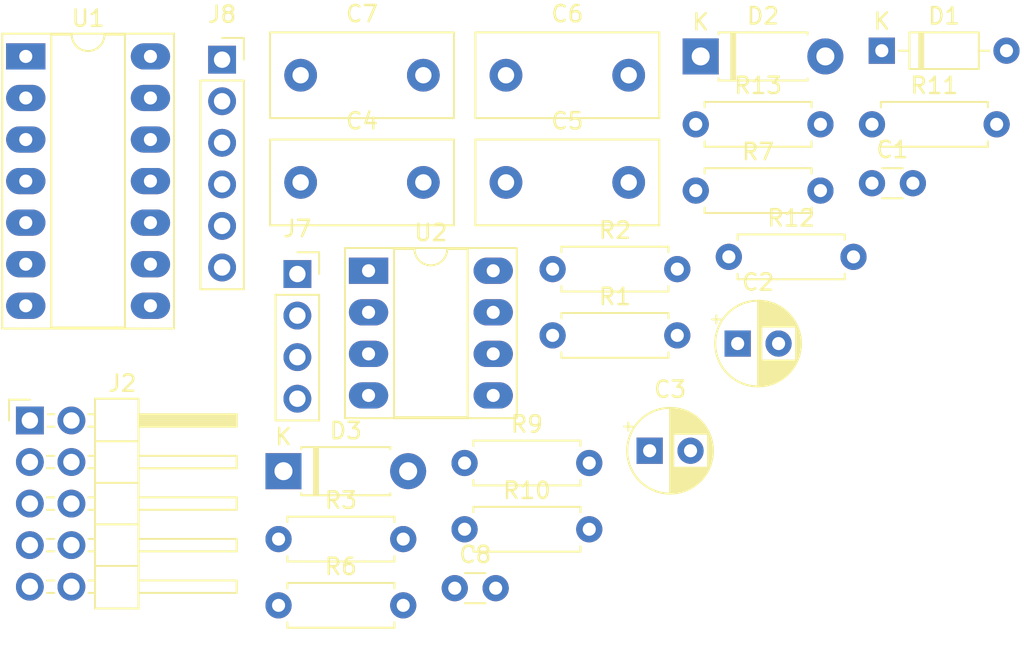
<source format=kicad_pcb>
(kicad_pcb (version 20211014) (generator pcbnew)
  (layers (0 "F.Cu" signal) (31 "B.Cu" signal) (34 "B.Paste" user) (35 "F.Paste" user) (36 "B.SilkS" user "B.Silkscreen") (37 "F.SilkS" user "F.Silkscreen") (38 "B.Mask" user) (39 "F.Mask" user) (44 "Edge.Cuts" user))
  (net 0 "")
  (net 1 "Net-(C1-Pad1)")
  (net 2 "GateJackB")
  (net 3 "GroundB")
  (net 4 "-12V")
  (net 5 "+12V")
  (net 6 "Conn4B")
  (net 7 "Net-(D2-Pad1)")
  (net 8 "Net-(D3-Pad2)")
  (net 9 "Conn1B")
  (net 10 "Conn3B")
  (net 11 "OutJackB")
  (net 12 "InvOutJackB'")
  (net 13 "Switch1B")
  (net 14 "Switch2B")
  (net 15 "Switch3B")
  (net 16 "Net-(R2-Pad1)")
  (net 18 "Net-(R6-Pad1)")
  (net 19 "Net-(R10-Pad2)")
  (net 20 "Net-(R11-Pad2)")
  (footprint "Capacitor_THT:C_Disc_D3.0mm_W1.6mm_P2.50mm" (layer "F.Cu") (at 147.22 99.553)
    (fp_text reference "C8" (at 1.25 -2.05) (layer "F.SilkS"))
    (fp_text value "1uF")
    (fp_line (start 0.621 -0.92) (end 1.879 -0.92) (layer "F.SilkS") (width 0.12))
    (fp_line (start 0.621 0.92) (end 1.879 0.92) (layer "F.SilkS") (width 0.12))
    (pad "1" thru_hole circle (at 0 0) (size 1.6 1.6) (drill 0.8) (layers *.Cu *.Mask) (net 6 "Conn4B"))
    (pad "2" thru_hole circle (at 2.5 0) (size 1.6 1.6) (drill 0.8) (layers *.Cu *.Mask) (net 3 "GroundB"))
  )
  (footprint "Resistor_THT:R_Axial_DIN0207_L6.3mm_D2.5mm_P7.62mm_Horizontal" (layer "F.Cu") (at 147.82 91.903)
    (fp_text reference "R9" (at 3.81 -2.37) (layer "F.SilkS"))
    (fp_text value "100K")
    (fp_line (start 0.54 -1.04) (end 0.54 -1.37) (layer "F.SilkS") (width 0.12))
    (fp_line (start 7.08 -1.37) (end 7.08 -1.04) (layer "F.SilkS") (width 0.12))
    (fp_line (start 0.54 -1.37) (end 7.08 -1.37) (layer "F.SilkS") (width 0.12))
    (fp_line (start 0.54 1.04) (end 0.54 1.37) (layer "F.SilkS") (width 0.12))
    (fp_line (start 0.54 1.37) (end 7.08 1.37) (layer "F.SilkS") (width 0.12))
    (fp_line (start 7.08 1.37) (end 7.08 1.04) (layer "F.SilkS") (width 0.12))
    (pad "1" thru_hole circle (at 0 0) (size 1.6 1.6) (drill 0.8) (layers *.Cu *.Mask) (net 18 "Net-(R6-Pad1)"))
    (pad "2" thru_hole oval (at 7.62 0) (size 1.6 1.6) (drill 0.8) (layers *.Cu *.Mask) (net 5 "+12V"))
  )
  (footprint "Connector_PinSocket_2.54mm:PinSocket_1x04_P2.54mm_Vertical" (layer "F.Cu") (at 137.6 80.353)
    (fp_text reference "J7" (at 0 -2.77) (layer "F.SilkS"))
    (fp_text value "Conn_01x04_Female")
    (fp_line (start -1.33 1.27) (end -1.33 8.95) (layer "F.SilkS") (width 0.12))
    (fp_line (start 0 -1.33) (end 1.33 -1.33) (layer "F.SilkS") (width 0.12))
    (fp_line (start 1.33 -1.33) (end 1.33 0) (layer "F.SilkS") (width 0.12))
    (fp_line (start -1.33 8.95) (end 1.33 8.95) (layer "F.SilkS") (width 0.12))
    (fp_line (start 1.33 1.27) (end 1.33 8.95) (layer "F.SilkS") (width 0.12))
    (fp_line (start -1.33 1.27) (end 1.33 1.27) (layer "F.SilkS") (width 0.12))
    (pad "1" thru_hole rect (at 0 0) (size 1.7 1.7) (drill 1) (layers *.Cu *.Mask) (net 9 "Conn1B"))
    (pad "2" thru_hole oval (at 0 2.54) (size 1.7 1.7) (drill 1) (layers *.Cu *.Mask) (net 3 "GroundB"))
    (pad "3" thru_hole oval (at 0 5.08) (size 1.7 1.7) (drill 1) (layers *.Cu *.Mask) (net 10 "Conn3B"))
    (pad "4" thru_hole oval (at 0 7.62) (size 1.7 1.7) (drill 1) (layers *.Cu *.Mask) (net 6 "Conn4B"))
  )
  (footprint "Diode_THT:D_DO-35_SOD27_P7.62mm_Horizontal" (layer "F.Cu") (at 173.32 66.703)
    (fp_text reference "D1" (at 3.81 -2.12) (layer "F.SilkS"))
    (fp_text value "1N4148")
    (fp_text user "K" (at 0 -1.8) (layer "F.SilkS"))
    (fp_line (start 2.53 -1.12) (end 2.53 1.12) (layer "F.SilkS") (width 0.12))
    (fp_line (start 1.69 -1.12) (end 1.69 1.12) (layer "F.SilkS") (width 0.12))
    (fp_line (start 1.69 1.12) (end 5.93 1.12) (layer "F.SilkS") (width 0.12))
    (fp_line (start 2.41 -1.12) (end 2.41 1.12) (layer "F.SilkS") (width 0.12))
    (fp_line (start 6.58 0) (end 5.93 0) (layer "F.SilkS") (width 0.12))
    (fp_line (start 5.93 1.12) (end 5.93 -1.12) (layer "F.SilkS") (width 0.12))
    (fp_line (start 2.29 -1.12) (end 2.29 1.12) (layer "F.SilkS") (width 0.12))
    (fp_line (start 5.93 -1.12) (end 1.69 -1.12) (layer "F.SilkS") (width 0.12))
    (fp_line (start 1.04 0) (end 1.69 0) (layer "F.SilkS") (width 0.12))
    (pad "1" thru_hole rect (at 0 0) (size 1.6 1.6) (drill 0.8) (layers *.Cu *.Mask) (net 1 "Net-(C1-Pad1)"))
    (pad "2" thru_hole oval (at 7.62 0) (size 1.6 1.6) (drill 0.8) (layers *.Cu *.Mask) (net 3 "GroundB"))
  )
  (footprint "Capacitor_THT:C_Disc_D11.0mm_W5.0mm_P7.50mm" (layer "F.Cu") (at 137.8 68.203)
    (fp_text reference "C7" (at 3.75 -3.75) (layer "F.SilkS"))
    (fp_text value "0.1uF")
    (fp_line (start -1.87 2.62) (end 9.37 2.62) (layer "F.SilkS") (width 0.12))
    (fp_line (start -1.87 -2.62) (end -1.87 2.62) (layer "F.SilkS") (width 0.12))
    (fp_line (start -1.87 -2.62) (end 9.37 -2.62) (layer "F.SilkS") (width 0.12))
    (fp_line (start 9.37 -2.62) (end 9.37 2.62) (layer "F.SilkS") (width 0.12))
    (pad "1" thru_hole circle (at 0 0) (size 2 2) (drill 1) (layers *.Cu *.Mask) (net 3 "GroundB"))
    (pad "2" thru_hole circle (at 7.5 0) (size 2 2) (drill 1) (layers *.Cu *.Mask) (net 5 "+12V"))
  )
  (footprint "Resistor_THT:R_Axial_DIN0207_L6.3mm_D2.5mm_P7.62mm_Horizontal" (layer "F.Cu") (at 153.2 84.103)
    (fp_text reference "R1" (at 3.81 -2.37) (layer "F.SilkS"))
    (fp_text value "10K")
    (fp_line (start 0.54 -1.04) (end 0.54 -1.37) (layer "F.SilkS") (width 0.12))
    (fp_line (start 0.54 1.37) (end 7.08 1.37) (layer "F.SilkS") (width 0.12))
    (fp_line (start 0.54 -1.37) (end 7.08 -1.37) (layer "F.SilkS") (width 0.12))
    (fp_line (start 0.54 1.04) (end 0.54 1.37) (layer "F.SilkS") (width 0.12))
    (fp_line (start 7.08 -1.37) (end 7.08 -1.04) (layer "F.SilkS") (width 0.12))
    (fp_line (start 7.08 1.37) (end 7.08 1.04) (layer "F.SilkS") (width 0.12))
    (pad "1" thru_hole circle (at 0 0) (size 1.6 1.6) (drill 0.8) (layers *.Cu *.Mask) (net 1 "Net-(C1-Pad1)"))
    (pad "2" thru_hole oval (at 7.62 0) (size 1.6 1.6) (drill 0.8) (layers *.Cu *.Mask) (net 3 "GroundB"))
  )
  (footprint "Package_DIP:DIP-14_W7.62mm_Socket_LongPads" (layer "F.Cu") (at 121 67.053)
    (fp_text reference "U1" (at 3.81 -2.33) (layer "F.SilkS"))
    (fp_text value "TL074")
    (fp_line (start 1.56 -1.33) (end 1.56 16.57) (layer "F.SilkS") (width 0.12))
    (fp_line (start 1.56 16.57) (end 6.06 16.57) (layer "F.SilkS") (width 0.12))
    (fp_line (start -1.44 16.63) (end 9.06 16.63) (layer "F.SilkS") (width 0.12))
    (fp_line (start 2.81 -1.33) (end 1.56 -1.33) (layer "F.SilkS") (width 0.12))
    (fp_line (start 9.06 -1.39) (end -1.44 -1.39) (layer "F.SilkS") (width 0.12))
    (fp_line (start 6.06 -1.33) (end 4.81 -1.33) (layer "F.SilkS") (width 0.12))
    (fp_line (start 6.06 16.57) (end 6.06 -1.33) (layer "F.SilkS") (width 0.12))
    (fp_line (start 9.06 16.63) (end 9.06 -1.39) (layer "F.SilkS") (width 0.12))
    (fp_line (start -1.44 -1.39) (end -1.44 16.63) (layer "F.SilkS") (width 0.12))
    (fp_arc (start 4.81 -1.33) (mid 3.81 -0.33) (end 2.81 -1.33) (layer "F.SilkS") (width 0.12))
    (pad "1" thru_hole rect (at 0 0) (size 2.4 1.6) (drill 0.8) (layers *.Cu *.Mask) (net 15 "Switch3B"))
    (pad "2" thru_hole oval (at 0 2.54) (size 2.4 1.6) (drill 0.8) (layers *.Cu *.Mask) (net 16 "Net-(R2-Pad1)"))
    (pad "3" thru_hole oval (at 0 5.08) (size 2.4 1.6) (drill 0.8) (layers *.Cu *.Mask) (net 1 "Net-(C1-Pad1)"))
    (pad "4" thru_hole oval (at 0 7.62) (size 2.4 1.6) (drill 0.8) (layers *.Cu *.Mask) (net 5 "+12V"))
    (pad "5" thru_hole oval (at 0 10.16) (size 2.4 1.6) (drill 0.8) (layers *.Cu *.Mask) (net 2 "GateJackB"))
    (pad "6" thru_hole oval (at 0 12.7) (size 2.4 1.6) (drill 0.8) (layers *.Cu *.Mask) (net 16 "Net-(R2-Pad1)"))
    (pad "7" thru_hole oval (at 0 15.24) (size 2.4 1.6) (drill 0.8) (layers *.Cu *.Mask) (net 9 "Conn1B"))
    (pad "8" thru_hole oval (at 7.62 15.24) (size 2.4 1.6) (drill 0.8) (layers *.Cu *.Mask) (net 10 "Conn3B"))
    (pad "9" thru_hole oval (at 7.62 12.7) (size 2.4 1.6) (drill 0.8) (layers *.Cu *.Mask) (net 10 "Conn3B"))
    (pad "10" thru_hole oval (at 7.62 10.16) (size 2.4 1.6) (drill 0.8) (layers *.Cu *.Mask) (net 14 "Switch2B"))
    (pad "11" thru_hole oval (at 7.62 7.62) (size 2.4 1.6) (drill 0.8) (layers *.Cu *.Mask) (net 4 "-12V"))
    (pad "12" thru_hole oval (at 7.62 5.08) (size 2.4 1.6) (drill 0.8) (layers *.Cu *.Mask) (net 18 "Net-(R6-Pad1)"))
    (pad "13" thru_hole oval (at 7.62 2.54) (size 2.4 1.6) (drill 0.8) (layers *.Cu *.Mask) (net 11 "OutJackB"))
    (pad "14" thru_hole oval (at 7.62 0) (size 2.4 1.6) (drill 0.8) (layers *.Cu *.Mask) (net 13 "Switch1B"))
  )
  (footprint "Resistor_THT:R_Axial_DIN0207_L6.3mm_D2.5mm_P7.62mm_Horizontal" (layer "F.Cu") (at 136.45 96.553)
    (fp_text reference "R3" (at 3.81 -2.37) (layer "F.SilkS"))
    (fp_text value "47K")
    (fp_line (start 7.08 -1.37) (end 7.08 -1.04) (layer "F.SilkS") (width 0.12))
    (fp_line (start 7.08 1.37) (end 7.08 1.04) (layer "F.SilkS") (width 0.12))
    (fp_line (start 0.54 1.37) (end 7.08 1.37) (layer "F.SilkS") (width 0.12))
    (fp_line (start 0.54 1.04) (end 0.54 1.37) (layer "F.SilkS") (width 0.12))
    (fp_line (start 0.54 -1.04) (end 0.54 -1.37) (layer "F.SilkS") (width 0.12))
    (fp_line (start 0.54 -1.37) (end 7.08 -1.37) (layer "F.SilkS") (width 0.12))
    (pad "1" thru_hole circle (at 0 0) (size 1.6 1.6) (drill 0.8) (layers *.Cu *.Mask))
    (pad "2" thru_hole oval (at 7.62 0) (size 1.6 1.6) (drill 0.8) (layers *.Cu *.Mask) (net 16 "Net-(R2-Pad1)"))
  )
  (footprint "Capacitor_THT:CP_Radial_D5.0mm_P2.50mm" (layer "F.Cu") (at 159.129775 91.153)
    (fp_text reference "C3" (at 1.25 -3.75) (layer "F.SilkS"))
    (fp_text value "10uF")
    (fp_line (start 2.731 -2.122) (end 2.731 -1.04) (layer "F.SilkS") (width 0.12))
    (fp_line (start 3.531 -1.251) (end 3.531 -1.04) (layer "F.SilkS") (width 0.12))
    (fp_line (start 2.931 -1.971) (end 2.931 -1.04) (layer "F.SilkS") (width 0.12))
    (fp_line (start 2.771 -2.095) (end 2.771 -1.04) (layer "F.SilkS") (width 0.12))
    (fp_line (start 2.971 1.04) (end 2.971 1.937) (layer "F.SilkS") (width 0.12))
    (fp_line (start 2.171 -2.414) (end 2.171 -1.04) (layer "F.SilkS") (width 0.12))
    (fp_line (start 3.531 1.04) (end 3.531 1.251) (layer "F.SilkS") (width 0.12))
    (fp_line (start 3.611 -1.098) (end 3.611 1.098) (layer "F.SilkS") (width 0.12))
    (fp_line (start 3.491 -1.319) (end 3.491 -1.04) (layer "F.SilkS") (width 0.12))
    (fp_line (start 2.131 -2.428) (end 2.131 -1.04) (layer "F.SilkS") (width 0.12))
    (fp_line (start 2.411 -2.31) (end 2.411 -1.04) (layer "F.SilkS") (width 0.12))
    (fp_line (start 1.77 1.04) (end 1.77 2.528) (layer "F.SilkS") (width 0.12))
    (fp_line (start 2.251 1.04) (end 2.251 2.382) (layer "F.SilkS") (width 0.12))
    (fp_line (start 2.691 1.04) (end 2.691 2.149) (layer "F.SilkS") (width 0.12))
    (fp_line (start 3.451 -1.383) (end 3.451 -1.04) (layer "F.SilkS") (width 0.12))
    (fp_line (start 1.73 -2.536) (end 1.73 -1.04) (layer "F.SilkS") (width 0.12))
    (fp_line (start 3.251 1.04) (end 3.251 1.653) (layer "F.SilkS") (width 0.12))
    (fp_line (start 2.211 1.04) (end 2.211 2.398) (layer "F.SilkS") (width 0.12))
    (fp_line (start 1.37 -2.578) (end 1.37 2.578) (layer "F.SilkS") (width 0.12))
    (fp_line (start 2.291 1.04) (end 2.291 2.365) (layer "F.SilkS") (width 0.12))
    (fp_line (start 3.011 1.04) (end 3.011 1.901) (layer "F.SilkS") (width 0.12))
    (fp_line (start 2.691 -2.149) (end 2.691 -1.04) (layer "F.SilkS") (width 0.12))
    (fp_line (start 2.651 -2.175) (end 2.651 -1.04) (layer "F.SilkS") (width 0.12))
    (fp_line (start 2.531 1.04) (end 2.531 2.247) (layer "F.SilkS") (width 0.12))
    (fp_line (start -1.554775 -1.475) (end -1.054775 -1.475) (layer "F.SilkS") (width 0.12))
    (fp_line (start 1.85 -2.511) (end 1.85 -1.04) (layer "F.SilkS") (width 0.12))
    (fp_line (start 1.89 -2.501) (end 1.89 -1.04) (layer "F.SilkS") (width 0.12))
    (fp_line (start 1.69 -2.543) (end 1.69 -1.04) (layer "F.SilkS") (width 0.12))
    (fp_line (start 3.411 -1.443) (end 3.411 -1.04) (layer "F.SilkS") (width 0.12))
    (fp_line (start 1.57 -2.561) (end 1.57 -1.04) (layer "F.SilkS") (width 0.12))
    (fp_line (start 3.571 -1.178) (end 3.571 1.178) (layer "F.SilkS") (width 0.12))
    (fp_line (start 2.291 -2.365) (end 2.291 -1.04) (layer "F.SilkS") (width 0.12))
    (fp_line (start 1.65 -2.55) (end 1.65 -1.04) (layer "F.SilkS") (width 0.12))
    (fp_line (start 2.971 -1.937) (end 2.971 -1.04) (layer "F.SilkS") (width 0.12))
    (fp_line (start 3.211 1.04) (end 3.211 1.699) (layer "F.SilkS") (width 0.12))
    (fp_line (start 3.491 1.04) (end 3.491 1.319) (layer "F.SilkS") (width 0.12))
    (fp_line (start 2.411 1.04) (end 2.411 2.31) (layer "F.SilkS") (width 0.12))
    (fp_line (start 1.69 1.04) (end 1.69 2.543) (layer "F.SilkS") (width 0.12))
    (fp_line (start 3.771 -0.677) (end 3.771 0.677) (layer "F.SilkS") (width 0.12))
    (fp_line (start 2.611 -2.2) (end 2.611 -1.04) (layer "F.SilkS") (width 0.12))
    (fp_line (start 3.411 1.04) (end 3.411 1.443) (layer "F.SilkS") (width 0.12))
    (fp_line (start 1.41 -2.576) (end 1.41 2.576) (layer "F.SilkS") (width 0.12))
    (fp_line (start 2.611 1.04) (end 2.611 2.2) (layer "F.SilkS") (width 0.12))
    (fp_line (start 3.091 1.04) (end 3.091 1.826) (layer "F.SilkS") (width 0.12))
    (fp_line (start 3.251 -1.653) (end 3.251 -1.04) (layer "F.SilkS") (width 0.12))
    (fp_line (start 2.891 1.04) (end 2.891 2.004) (layer "F.SilkS") (width 0.12))
    (fp_line (start 1.49 -2.569) (end 1.49 -1.04) (layer "F.SilkS") (width 0.12))
    (fp_line (start 1.25 -2.58) (end 1.25 2.58) (layer "F.SilkS") (width 0.12))
    (fp_line (start 3.051 1.04) (end 3.051 1.864) (layer "F.SilkS") (width 0.12))
    (fp_line (start 2.091 -2.442) (end 2.091 -1.04) (layer "F.SilkS") (width 0.12))
    (fp_line (start 3.371 1.04) (end 3.371 1.5) (layer "F.SilkS") (width 0.12))
    (fp_line (start 1.89 1.04) (end 1.89 2.501) (layer "F.SilkS") (width 0.12))
    (fp_line (start 2.331 1.04) (end 2.331 2.348) (layer "F.SilkS") (width 0.12))
    (fp_line (start 1.85 1.04) (end 1.85 2.511) (layer "F.SilkS") (width 0.12))
    (fp_line (start 2.931 1.04) (end 2.931 1.971) (layer "F.SilkS") (width 0.12))
    (fp_line (start 2.051 -2.455) (end 2.051 -1.04) (layer "F.SilkS") (width 0.12))
    (fp_line (start 2.371 1.04) (end 2.371 2.329) (layer "F.SilkS") (width 0.12))
    (fp_line (start 2.571 -2.224) (end 2.571 -1.04) (layer "F.SilkS") (width 0.12))
    (fp_line (start 2.091 1.04) (end 2.091 2.442) (layer "F.SilkS") (width 0.12))
    (fp_line (start 2.731 1.04) (end 2.731 2.122) (layer "F.SilkS") (width 0.12))
    (fp_line (start 2.811 1.04) (end 2.811 2.065) (layer "F.SilkS") (width 0.12))
    (fp_line (start 2.571 1.04) (end 2.571 2.224) (layer "F.SilkS") (width 0.12))
    (fp_line (start 3.131 -1.785) (end 3.131 -1.04) (layer "F.SilkS") (width 0.12))
    (fp_line (start 2.451 1.04) (end 2.451 2.29) (layer "F.SilkS") (width 0.12))
    (fp_line (start 2.531 -2.247) (end 2.531 -1.04) (layer "F.SilkS") (width 0.12))
    (fp_line (start 2.811 -2.065) (end 2.811 -1.04) (layer "F.SilkS") (width 0.12))
    (fp_line (start 3.451 1.04) (end 3.451 1.383) (layer "F.SilkS") (width 0.12))
    (fp_line (start 2.011 1.04) (end 2.011 2.468) (layer "F.SilkS") (width 0.12))
    (fp_line (start 3.731 -0.805) (end 3.731 0.805) (layer "F.SilkS") (width 0.12))
    (fp_line (start 2.891 -2.004) (end 2.891 -1.04) (layer "F.SilkS") (width 0.12))
    (fp_line (start 2.451 -2.29) (end 2.451 -1.04) (layer "F.SilkS") (width 0.12))
    (fp_line (start 2.251 -2.382) (end 2.251 -1.04) (layer "F.SilkS") (width 0.12))
    (fp_line (start 2.171 1.04) (end 2.171 2.414) (layer "F.SilkS") (width 0.12))
    (fp_line (start 3.371 -1.5) (end 3.371 -1.04) (layer "F.SilkS") (width 0.12))
    (fp_line (start 1.65 1.04) (end 1.65 2.55) (layer "F.SilkS") (width 0.12))
    (fp_line (start 1.81 -2.52) (end 1.81 -1.04) (layer "F.SilkS") (width 0.12))
    (fp_line (start 3.011 -1.901) (end 3.011 -1.04) (layer "F.SilkS") (width 0.12))
    (fp_line (start 1.57 1.04) (end 1.57 2.561) (layer "F.SilkS") (width 0.12))
    (fp_line (start 2.851 -2.035) (end 2.851 -1.04) (layer "F.SilkS") (width 0.12))
    (fp_line (start 2.051 1.04) (end 2.051 2.455) (layer "F.SilkS") (width 0.12))
    (fp_line (start 3.691 -0.915) (end 3.691 0.915) (layer "F.SilkS") (width 0.12))
    (fp_line (start 3.651 -1.011) (end 3.651 1.011) (layer "F.SilkS") (width 0.12))
    (fp_line (start 1.77 -2.528) (end 1.77 -1.04) (layer "F.SilkS") (width 0.12))
    (fp_line (start 3.171 1.04) (end 3.171 1.743) (layer "F.SilkS") (width 0.12))
    (fp_line (start 2.771 1.04) (end 2.771 2.095) (layer "F.SilkS") (width 0.12))
    (fp_line (start 1.81 1.04) (end 1.81 2.52) (layer "F.SilkS") (width 0.12))
    (fp_line (start 1.45 -2.573) (end 1.45 2.573) (layer "F.SilkS") (width 0.12))
    (fp_line (start 1.53 -2.565) (end 1.53 -1.04) (layer "F.SilkS") (width 0.12))
    (fp_line (start 3.291 1.04) (end 3.291 1.605) (layer "F.SilkS") (width 0.12))
    (fp_line (start 1.971 1.04) (end 1.971 2.48) (layer "F.SilkS") (width 0.12))
    (fp_line (start 2.491 -2.268) (end 2.491 -1.04) (layer "F.SilkS") (width 0.12))
    (fp_line (start 2.211 -2.398) (end 2.211 -1.04) (layer "F.SilkS") (width 0.12))
    (fp_line (start -1.304775 -1.725) (end -1.304775 -1.225) (layer "F.SilkS") (width 0.12))
    (fp_line (start 1.49 1.04) (end 1.49 2.569) (layer "F.SilkS") (width 0.12))
    (fp_line (start 3.211 -1.699) (end 3.211 -1.04) (layer "F.SilkS") (width 0.12))
    (fp_line (start 3.091 -1.826) (end 3.091 -1.04) (layer "F.SilkS") (width 0.12))
    (fp_line (start 3.331 -1.554) (end 3.331 -1.04) (layer "F.SilkS") (width 0.12))
    (fp_line (start 1.93 1.04) (end 1.93 2.491) (layer "F.SilkS") (width 0.12))
    (fp_line (start 2.011 -2.468) (end 2.011 -1.04) (layer "F.SilkS") (width 0.12))
    (fp_line (start 1.33 -2.579) (end 1.33 2.579) (layer "F.SilkS") (width 0.12))
    (fp_line (start 2.331 -2.348) (end 2.331 -1.04) (layer "F.SilkS") (width 0.12))
    (fp_line (start 3.171 -1.743) (end 3.171 -1.04) (layer "F.SilkS") (width 0.12))
    (fp_line (start 3.051 -1.864) (end 3.051 -1.04) (layer "F.SilkS") (width 0.12))
    (fp_line (start 1.61 1.04) (end 1.61 2.556) (layer "F.SilkS") (width 0.12))
    (fp_line (start 3.331 1.04) (end 3.331 1.554) (layer "F.SilkS") (width 0.12))
    (fp_line (start 3.851 -0.284) (end 3.851 0.284) (layer "F.SilkS") (width 0.12))
    (fp_line (start 3.131 1.04) (end 3.131 1.785) (layer "F.SilkS") (width 0.12))
    (fp_line (start 3.291 -1.605) (end 3.291 -1.04) (layer "F.SilkS") (width 0.12))
    (fp_line (start 1.93 -2.491) (end 1.93 -1.04) (layer "F.SilkS") (width 0.12))
    (fp_line (start 1.61 -2.556) (end 1.61 -1.04) (layer "F.SilkS") (width 0.12))
    (fp_line (start 2.371 -2.329) (end 2.371 -1.04) (layer "F.SilkS") (width 0.12))
    (fp_line (start 1.29 -2.58) (end 1.29 2.58) (layer "F.SilkS") (width 0.12))
    (fp_line (start 1.73 1.04) (end 1.73 2.536) (layer "F.SilkS") (width 0.12))
    (fp_line (start 2.131 1.04) (end 2.131 2.428) (layer "F.SilkS") (width 0.12))
    (fp_line (start 3.811 -0.518) (end 3.811 0.518) (layer "F.SilkS") (width 0.12))
    (fp_line (start 2.651 1.04) (end 2.651 2.175) (layer "F.SilkS") (width 0.12))
    (fp_line (start 1.971 -2.48) (end 1.971 -1.04) (layer "F.SilkS") (width 0.12))
    (fp_line (start 2.491 1.04) (end 2.491 2.268) (layer "F.SilkS") (width 0.12))
    (fp_line (start 1.53 1.04) (end 1.53 2.565) (layer "F.SilkS") (width 0.12))
    (fp_line (start 2.851 1.04) (end 2.851 2.035) (layer "F.SilkS") (width 0.12))
    (fp_circle (center 1.25 0) (end 3.87 0) (layer "F.SilkS") (width 0.12) (fill none))
    (pad "1" thru_hole rect (at 0 0) (size 1.6 1.6) (drill 0.8) (layers *.Cu *.Mask) (net 5 "+12V"))
    (pad "2" thru_hole circle (at 2.5 0) (size 1.6 1.6) (drill 0.8) (layers *.Cu *.Mask) (net 3 "GroundB"))
  )
  (footprint "Connector_PinHeader_2.54mm:PinHeader_2x05_P2.54mm_Horizontal" (layer "F.Cu") (at 121.25 89.303)
    (fp_text reference "J2" (at 5.655 -2.27) (layer "F.SilkS"))
    (fp_text value "Power")
    (fp_line (start 3.98 3.81) (end 6.64 3.81) (layer "F.SilkS") (width 0.12))
    (fp_line (start 12.64 7.24) (end 12.64 8) (layer "F.SilkS") (width 0.12))
    (fp_line (start 6.64 9.78) (end 12.64 9.78) (layer "F.SilkS") (width 0.12))
    (fp_line (start 6.64 0.16) (end 12.64 0.16) (layer "F.SilkS") (width 0.12))
    (fp_line (start 12.64 9.78) (end 12.64 10.54) (layer "F.SilkS") (width 0.12))
    (fp_line (start 1.042929 7.24) (end 1.497071 7.24) (layer "F.SilkS") (width 0.12))
    (fp_line (start 6.64 -0.08) (end 12.64 -0.08) (layer "F.SilkS") (width 0.12))
    (fp_line (start 3.98 6.35) (end 6.64 6.35) (layer "F.SilkS") (width 0.12))
    (fp_line (start 3.98 1.27) (end 6.64 1.27) (layer "F.SilkS") (width 0.12))
    (fp_line (start 3.582929 7.24) (end 3.98 7.24) (layer "F.SilkS") (width 0.12))
    (fp_line (start 1.042929 9.78) (end 1.497071 9.78) (layer "F.SilkS") (width 0.12))
    (fp_line (start 3.582929 4.7) (end 3.98 4.7) (layer "F.SilkS") (width 0.12))
    (fp_line (start 12.64 2.92) (end 6.64 2.92) (layer "F.SilkS") (width 0.12))
    (fp_line (start 6.64 0.28) (end 12.64 0.28) (layer "F.SilkS") (width 0.12))
    (fp_line (start 12.64 10.54) (end 6.64 10.54) (layer "F.SilkS") (width 0.12))
    (fp_line (start 12.64 8) (end 6.64 8) (layer "F.SilkS") (width 0.12))
    (fp_line (start 12.64 5.46) (end 6.64 5.46) (layer "F.SilkS") (width 0.12))
    (fp_line (start 3.582929 -0.38) (end 3.98 -0.38) (layer "F.SilkS") (width 0.12))
    (fp_line (start 6.64 2.16) (end 12.64 2.16) (layer "F.SilkS") (width 0.12))
    (fp_line (start 1.042929 2.92) (end 1.497071 2.92) (layer "F.SilkS") (width 0.12))
    (fp_line (start 3.582929 5.46) (end 3.98 5.46) (layer "F.SilkS") (width 0.12))
    (fp_line (start 1.11 -0.38) (end 1.497071 -0.38) (layer "F.SilkS") (width 0.12))
    (fp_line (start 3.582929 10.54) (end 3.98 10.54) (layer "F.SilkS") (width 0.12))
    (fp_line (start 12.64 -0.38) (end 12.64 0.38) (layer "F.SilkS") (width 0.12))
    (fp_line (start 6.64 11.49) (end 6.64 -1.33) (layer "F.SilkS") (width 0.12))
    (fp_line (start 1.042929 10.54) (end 1.497071 10.54) (layer "F.SilkS") (width 0.12))
    (fp_line (start -1.27 -1.27) (end 0 -1.27) (layer "F.SilkS") (width 0.12))
    (fp_line (start 12.64 0.38) (end 6.64 0.38) (layer "F.SilkS") (width 0.12))
    (fp_line (start 6.64 -0.2) (end 12.64 -0.2) (layer "F.SilkS") (width 0.12))
    (fp_line (start 6.64 -0.38) (end 12.64 -0.38) (layer "F.SilkS") (width 0.12))
    (fp_line (start 3.582929 2.92) (end 3.98 2.92) (layer "F.SilkS") (width 0.12))
    (fp_line (start 6.64 0.04) (end 12.64 0.04) (layer "F.SilkS") (width 0.12))
    (fp_line (start 3.98 -1.33) (end 3.98 11.49) (layer "F.SilkS") (width 0.12))
    (fp_line (start -1.27 0) (end -1.27 -1.27) (layer "F.SilkS") (width 0.12))
    (fp_line (start 1.042929 5.46) (end 1.497071 5.46) (layer "F.SilkS") (width 0.12))
    (fp_line (start 3.582929 2.16) (end 3.98 2.16) (layer "F.SilkS") (width 0.12))
    (fp_line (start 3.98 11.49) (end 6.64 11.49) (layer "F.SilkS") (width 0.12))
    (fp_line (start 3.582929 0.38) (end 3.98 0.38) (layer "F.SilkS") (width 0.12))
    (fp_line (start 3.582929 9.78) (end 3.98 9.78) (layer "F.SilkS") (width 0.12))
    (fp_line (start 1.042929 2.16) (end 1.497071 2.16) (layer "F.SilkS") (width 0.12))
    (fp_line (start 1.042929 8) (end 1.497071 8) (layer "F.SilkS") (width 0.12))
    (fp_line (start 6.64 4.7) (end 12.64 4.7) (layer "F.SilkS") (width 0.12))
    (fp_line (start 1.11 0.38) (end 1.497071 0.38) (layer "F.SilkS") (width 0.12))
    (fp_line (start 12.64 2.16) (end 12.64 2.92) (layer "F.SilkS") (width 0.12))
    (fp_line (start 3.582929 8) (end 3.98 8) (layer "F.SilkS") (width 0.12))
    (fp_line (start 6.64 7.24) (end 12.64 7.24) (layer "F.SilkS") (width 0.12))
    (fp_line (start 6.64 -1.33) (end 3.98 -1.33) (layer "F.SilkS") (width 0.12))
    (fp_line (start 1.042929 4.7) (end 1.497071 4.7) (layer "F.SilkS") (width 0.12))
    (fp_line (start 6.64 -0.32) (end 12.64 -0.32) (layer "F.SilkS") (width 0.12))
    (fp_line (start 12.64 4.7) (end 12.64 5.46) (layer "F.SilkS") (width 0.12))
    (fp_line (start 3.98 8.89) (end 6.64 8.89) (layer "F.SilkS") (width 0.12))
    (pad "1" thru_hole rect (at 0 0) (size 1.7 1.7) (drill 1) (layers *.Cu *.Mask) (net 7 "Net-(D2-Pad1)"))
    (pad "2" thru_hole oval (at 2.54 0) (size 1.7 1.7) (drill 1) (layers *.Cu *.Mask) (net 7 "Net-(D2-Pad1)"))
    (pad "3" thru_hole oval (at 0 2.54) (size 1.7 1.7) (drill 1) (layers *.Cu *.Mask) (net 3 "GroundB"))
    (pad "4" thru_hole oval (at 2.54 2.54) (size 1.7 1.7) (drill 1) (layers *.Cu *.Mask) (net 3 "GroundB"))
    (pad "5" thru_hole oval (at 0 5.08) (size 1.7 1.7) (drill 1) (layers *.Cu *.Mask) (net 3 "GroundB"))
    (pad "6" thru_hole oval (at 2.54 5.08) (size 1.7 1.7) (drill 1) (layers *.Cu *.Mask) (net 3 "GroundB"))
    (pad "7" thru_hole oval (at 0 7.62) (size 1.7 1.7) (drill 1) (layers *.Cu *.Mask) (net 3 "GroundB"))
    (pad "8" thru_hole oval (at 2.54 7.62) (size 1.7 1.7) (drill 1) (layers *.Cu *.Mask) (net 3 "GroundB"))
    (pad "9" thru_hole oval (at 0 10.16) (size 1.7 1.7) (drill 1) (layers *.Cu *.Mask) (net 8 "Net-(D3-Pad2)"))
    (pad "10" thru_hole oval (at 2.54 10.16) (size 1.7 1.7) (drill 1) (layers *.Cu *.Mask) (net 8 "Net-(D3-Pad2)"))
  )
  (footprint "Capacitor_THT:C_Disc_D11.0mm_W5.0mm_P7.50mm" (layer "F.Cu") (at 150.35 74.753)
    (fp_text reference "C5" (at 3.75 -3.75) (layer "F.SilkS"))
    (fp_text value "0.1uF")
    (fp_line (start -1.87 -2.62) (end -1.87 2.62) (layer "F.SilkS") (width 0.12))
    (fp_line (start -1.87 2.62) (end 9.37 2.62) (layer "F.SilkS") (width 0.12))
    (fp_line (start -1.87 -2.62) (end 9.37 -2.62) (layer "F.SilkS") (width 0.12))
    (fp_line (start 9.37 -2.62) (end 9.37 2.62) (layer "F.SilkS") (width 0.12))
    (pad "1" thru_hole circle (at 0 0) (size 2 2) (drill 1) (layers *.Cu *.Mask) (net 3 "GroundB"))
    (pad "2" thru_hole circle (at 7.5 0) (size 2 2) (drill 1) (layers *.Cu *.Mask) (net 5 "+12V"))
  )
  (footprint "Resistor_THT:R_Axial_DIN0207_L6.3mm_D2.5mm_P7.62mm_Horizontal" (layer "F.Cu") (at 153.2 80.053)
    (fp_text reference "R2" (at 3.81 -2.37) (layer "F.SilkS"))
    (fp_text value "100K")
    (fp_line (start 0.54 -1.37) (end 7.08 -1.37) (layer "F.SilkS") (width 0.12))
    (fp_line (start 7.08 1.37) (end 7.08 1.04) (layer "F.SilkS") (width 0.12))
    (fp_line (start 7.08 -1.37) (end 7.08 -1.04) (layer "F.SilkS") (width 0.12))
    (fp_line (start 0.54 1.04) (end 0.54 1.37) (layer "F.SilkS") (width 0.12))
    (fp_line (start 0.54 -1.04) (end 0.54 -1.37) (layer "F.SilkS") (width 0.12))
    (fp_line (start 0.54 1.37) (end 7.08 1.37) (layer "F.SilkS") (width 0.12))
    (pad "1" thru_hole circle (at 0 0) (size 1.6 1.6) (drill 0.8) (layers *.Cu *.Mask) (net 16 "Net-(R2-Pad1)"))
    (pad "2" thru_hole oval (at 7.62 0) (size 1.6 1.6) (drill 0.8) (layers *.Cu *.Mask) (net 5 "+12V"))
  )
  (footprint "Capacitor_THT:C_Disc_D11.0mm_W5.0mm_P7.50mm" (layer "F.Cu") (at 150.35 68.203)
    (fp_text reference "C6" (at 3.75 -3.75) (layer "F.SilkS"))
    (fp_text value "0.1uF")
    (fp_line (start 9.37 -2.62) (end 9.37 2.62) (layer "F.SilkS") (width 0.12))
    (fp_line (start -1.87 -2.62) (end -1.87 2.62) (layer "F.SilkS") (width 0.12))
    (fp_line (start -1.87 2.62) (end 9.37 2.62) (layer "F.SilkS") (width 0.12))
    (fp_line (start -1.87 -2.62) (end 9.37 -2.62) (layer "F.SilkS") (width 0.12))
    (pad "1" thru_hole circle (at 0 0) (size 2 2) (drill 1) (layers *.Cu *.Mask) (net 4 "-12V"))
    (pad "2" thru_hole circle (at 7.5 0) (size 2 2) (drill 1) (layers *.Cu *.Mask) (net 3 "GroundB"))
  )
  (footprint "Resistor_THT:R_Axial_DIN0207_L6.3mm_D2.5mm_P7.62mm_Horizontal" (layer "F.Cu") (at 136.45 100.603)
    (fp_text reference "R6" (at 3.81 -2.37) (layer "F.SilkS"))
    (fp_text value "100K")
    (fp_line (start 7.08 -1.37) (end 7.08 -1.04) (layer "F.SilkS") (width 0.12))
    (fp_line (start 0.54 -1.04) (end 0.54 -1.37) (layer "F.SilkS") (width 0.12))
    (fp_line (start 0.54 -1.37) (end 7.08 -1.37) (layer "F.SilkS") (width 0.12))
    (fp_line (start 0.54 1.37) (end 7.08 1.37) (layer "F.SilkS") (width 0.12))
    (fp_line (start 0.54 1.04) (end 0.54 1.37) (layer "F.SilkS") (width 0.12))
    (fp_line (start 7.08 1.37) (end 7.08 1.04) (layer "F.SilkS") (width 0.12))
    (pad "1" thru_hole circle (at 0 0) (size 1.6 1.6) (drill 0.8) (layers *.Cu *.Mask) (net 18 "Net-(R6-Pad1)"))
    (pad "2" thru_hole oval (at 7.62 0) (size 1.6 1.6) (drill 0.8) (layers *.Cu *.Mask) (net 13 "Switch1B"))
  )
  (footprint "Capacitor_THT:C_Disc_D3.0mm_W1.6mm_P2.50mm" (layer "F.Cu") (at 172.72 74.803)
    (fp_text reference "C1" (at 1.25 -2.05) (layer "F.SilkS"))
    (fp_text value "1uF")
    (fp_line (start 0.621 -0.92) (end 1.879 -0.92) (layer "F.SilkS") (width 0.12))
    (fp_line (start 0.621 0.92) (end 1.879 0.92) (layer "F.SilkS") (width 0.12))
    (pad "1" thru_hole circle (at 0 0) (size 1.6 1.6) (drill 0.8) (layers *.Cu *.Mask) (net 1 "Net-(C1-Pad1)"))
    (pad "2" thru_hole circle (at 2.5 0) (size 1.6 1.6) (drill 0.8) (layers *.Cu *.Mask) (net 2 "GateJackB"))
  )
  (footprint "Package_DIP:DIP-8_W7.62mm_Socket_LongPads" (layer "F.Cu") (at 141.95 80.153)
    (fp_text reference "U2" (at 3.81 -2.33) (layer "F.SilkS"))
    (fp_text value "TL072")
    (fp_line (start -1.44 9.01) (end 9.06 9.01) (layer "F.SilkS") (width 0.12))
    (fp_line (start -1.44 -1.39) (end -1.44 9.01) (layer "F.SilkS") (width 0.12))
    (fp_line (start 1.56 8.95) (end 6.06 8.95) (layer "F.SilkS") (width 0.12))
    (fp_line (start 6.06 -1.33) (end 4.81 -1.33) (layer "F.SilkS") (width 0.12))
    (fp_line (start 9.06 -1.39) (end -1.44 -1.39) (layer "F.SilkS") (width 0.12))
    (fp_line (start 1.56 -1.33) (end 1.56 8.95) (layer "F.SilkS") (width 0.12))
    (fp_line (start 6.06 8.95) (end 6.06 -1.33) (layer "F.SilkS") (width 0.12))
    (fp_line (start 9.06 9.01) (end 9.06 -1.39) (layer "F.SilkS") (width 0.12))
    (fp_line (start 2.81 -1.33) (end 1.56 -1.33) (layer "F.SilkS") (width 0.12))
    (fp_arc (start 4.81 -1.33) (mid 3.81 -0.33) (end 2.81 -1.33) (layer "F.SilkS") (width 0.12))
    (pad "1" thru_hole rect (at 0 0) (size 2.4 1.6) (drill 0.8) (layers *.Cu *.Mask) (net 11 "OutJackB"))
    (pad "2" thru_hole oval (at 0 2.54) (size 2.4 1.6) (drill 0.8) (layers *.Cu *.Mask) (net 11 "OutJackB"))
    (pad "3" thru_hole oval (at 0 5.08) (size 2.4 1.6) (drill 0.8) (layers *.Cu *.Mask) (net 6 "Conn4B"))
    (pad "4" thru_hole oval (at 0 7.62) (size 2.4 1.6) (drill 0.8) (layers *.Cu *.Mask) (net 5 "+12V"))
    (pad "5" thru_hole oval (at 7.62 7.62) (size 2.4 1.6) (drill 0.8) (layers *.Cu *.Mask) (net 19 "Net-(R10-Pad2)"))
    (pad "6" thru_hole oval (at 7.62 5.08) (size 2.4 1.6) (drill 0.8) (layers *.Cu *.Mask) (net 20 "Net-(R11-Pad2)"))
    (pad "7" thru_hole oval (at 7.62 2.54) (size 2.4 1.6) (drill 0.8) (layers *.Cu *.Mask) (net 12 "InvOutJackB'"))
    (pad "8" thru_hole oval (at 7.62 0) (size 2.4 1.6) (drill 0.8) (layers *.Cu *.Mask) (net 4 "-12V"))
  )
  (footprint "Connector_PinSocket_2.54mm:PinSocket_1x06_P2.54mm_Vertical" (layer "F.Cu") (at 133 67.253)
    (fp_text reference "J8" (at 0 -2.77) (layer "F.SilkS"))
    (fp_text value "Conn_01x06_Female")
    (fp_line (start -1.33 14.03) (end 1.33 14.03) (layer "F.SilkS") (width 0.12))
    (fp_line (start 1.33 1.27) (end 1.33 14.03) (layer "F.SilkS") (width 0.12))
    (fp_line (start 0 -1.33) (end 1.33 -1.33) (layer "F.SilkS") (width 0.12))
    (fp_line (start -1.33 1.27) (end -1.33 14.03) (layer "F.SilkS") (width 0.12))
    (fp_line (start 1.33 -1.33) (end 1.33 0) (layer "F.SilkS") (width 0.12))
    (fp_line (start -1.33 1.27) (end 1.33 1.27) (layer "F.SilkS") (width 0.12))
    (pad "1" thru_hole rect (at 0 0) (size 1.7 1.7) (drill 1) (layers *.Cu *.Mask) (net 2 "GateJackB"))
    (pad "2" thru_hole oval (at 0 2.54) (size 1.7 1.7) (drill 1) (layers *.Cu *.Mask) (net 11 "OutJackB"))
    (pad "3" thru_hole oval (at 0 5.08) (size 1.7 1.7) (drill 1) (layers *.Cu *.Mask) (net 12 "InvOutJackB'"))
    (pad "4" thru_hole oval (at 0 7.62) (size 1.7 1.7) (drill 1) (layers *.Cu *.Mask) (net 13 "Switch1B"))
    (pad "5" thru_hole oval (at 0 10.16) (size 1.7 1.7) (drill 1) (layers *.Cu *.Mask) (net 14 "Switch2B"))
    (pad "6" thru_hole oval (at 0 12.7) (size 1.7 1.7) (drill 1) (layers *.Cu *.Mask) (net 15 "Switch3B"))
  )
  (footprint "Resistor_THT:R_Axial_DIN0207_L6.3mm_D2.5mm_P7.62mm_Horizontal" (layer "F.Cu") (at 161.95 71.203)
    (fp_text reference "R13" (at 3.81 -2.37) (layer "F.SilkS"))
    (fp_text value "100K")
    (fp_line (start 7.08 1.37) (end 7.08 1.04) (layer "F.SilkS") (width 0.12))
    (fp_line (start 0.54 1.37) (end 7.08 1.37) (layer "F.SilkS") (width 0.12))
    (fp_line (start 7.08 -1.37) (end 7.08 -1.04) (layer "F.SilkS") (width 0.12))
    (fp_line (start 0.54 -1.37) (end 7.08 -1.37) (layer "F.SilkS") (width 0.12))
    (fp_line (start 0.54 1.04) (end 0.54 1.37) (layer "F.SilkS") (width 0.12))
    (fp_line (start 0.54 -1.04) (end 0.54 -1.37) (layer "F.SilkS") (width 0.12))
    (pad "1" thru_hole circle (at 0 0) (size 1.6 1.6) (drill 0.8) (layers *.Cu *.Mask) (net 20 "Net-(R11-Pad2)"))
    (pad "2" thru_hole oval (at 7.62 0) (size 1.6 1.6) (drill 0.8) (layers *.Cu *.Mask) (net 12 "InvOutJackB'"))
  )
  (footprint "Resistor_THT:R_Axial_DIN0207_L6.3mm_D2.5mm_P7.62mm_Horizontal" (layer "F.Cu") (at 147.82 95.953)
    (fp_text reference "R10" (at 3.81 -2.37) (layer "F.SilkS"))
    (fp_text value "100K")
    (fp_line (start 0.54 -1.04) (end 0.54 -1.37) (layer "F.SilkS") (width 0.12))
    (fp_line (start 7.08 1.37) (end 7.08 1.04) (layer "F.SilkS") (width 0.12))
    (fp_line (start 0.54 -1.37) (end 7.08 -1.37) (layer "F.SilkS") (width 0.12))
    (fp_line (start 0.54 1.04) (end 0.54 1.37) (layer "F.SilkS") (width 0.12))
    (fp_line (start 0.54 1.37) (end 7.08 1.37) (layer "F.SilkS") (width 0.12))
    (fp_line (start 7.08 -1.37) (end 7.08 -1.04) (layer "F.SilkS") (width 0.12))
    (pad "1" thru_hole circle (at 0 0) (size 1.6 1.6) (drill 0.8) (layers *.Cu *.Mask) (net 5 "+12V"))
    (pad "2" thru_hole oval (at 7.62 0) (size 1.6 1.6) (drill 0.8) (layers *.Cu *.Mask) (net 19 "Net-(R10-Pad2)"))
  )
  (footprint "Resistor_THT:R_Axial_DIN0207_L6.3mm_D2.5mm_P7.62mm_Horizontal" (layer "F.Cu") (at 161.95 75.253)
    (fp_text reference "R7" (at 3.81 -2.37) (layer "F.SilkS"))
    (fp_text value "100K")
    (fp_line (start 7.08 1.37) (end 7.08 1.04) (layer "F.SilkS") (width 0.12))
    (fp_line (start 0.54 1.37) (end 7.08 1.37) (layer "F.SilkS") (width 0.12))
    (fp_line (start 0.54 -1.37) (end 7.08 -1.37) (layer "F.SilkS") (width 0.12))
    (fp_line (start 7.08 -1.37) (end 7.08 -1.04) (layer "F.SilkS") (width 0.12))
    (fp_line (start 0.54 1.04) (end 0.54 1.37) (layer "F.SilkS") (width 0.12))
    (fp_line (start 0.54 -1.04) (end 0.54 -1.37) (layer "F.SilkS") (width 0.12))
    (pad "1" thru_hole circle (at 0 0) (size 1.6 1.6) (drill 0.8) (layers *.Cu *.Mask) (net 18 "Net-(R6-Pad1)"))
    (pad "2" thru_hole oval (at 7.62 0) (size 1.6 1.6) (drill 0.8) (layers *.Cu *.Mask) (net 3 "GroundB"))
  )
  (footprint "Resistor_THT:R_Axial_DIN0207_L6.3mm_D2.5mm_P7.62mm_Horizontal" (layer "F.Cu") (at 163.97 79.303)
    (fp_text reference "R12" (at 3.81 -2.37) (layer "F.SilkS"))
    (fp_text value "100K")
    (fp_line (start 7.08 1.37) (end 7.08 1.04) (layer "F.SilkS") (width 0.12))
    (fp_line (start 0.54 1.37) (end 7.08 1.37) (layer "F.SilkS") (width 0.12))
    (fp_line (start 0.54 1.04) (end 0.54 1.37) (layer "F.SilkS") (width 0.12))
    (fp_line (start 0.54 -1.04) (end 0.54 -1.37) (layer "F.SilkS") (width 0.12))
    (fp_line (start 7.08 -1.37) (end 7.08 -1.04) (layer "F.SilkS") (width 0.12))
    (fp_line (start 0.54 -1.37) (end 7.08 -1.37) (layer "F.SilkS") (width 0.12))
    (pad "1" thru_hole circle (at 0 0) (size 1.6 1.6) (drill 0.8) (layers *.Cu *.Mask) (net 19 "Net-(R10-Pad2)"))
    (pad "2" thru_hole oval (at 7.62 0) (size 1.6 1.6) (drill 0.8) (layers *.Cu *.Mask) (net 3 "GroundB"))
  )
  (footprint "Capacitor_THT:CP_Radial_D5.0mm_P2.50mm" (layer "F.Cu") (at 164.509775 84.603)
    (fp_text reference "C2" (at 1.25 -3.75) (layer "F.SilkS"))
    (fp_text value "10uF")
    (fp_line (start 3.771 -0.677) (end 3.771 0.677) (layer "F.SilkS") (width 0.12))
    (fp_line (start 1.69 -2.543) (end 1.69 -1.04) (layer "F.SilkS") (width 0.12))
    (fp_line (start 1.93 1.04) (end 1.93 2.491) (layer "F.SilkS") (width 0.12))
    (fp_line (start 1.49 -2.569) (end 1.49 -1.04) (layer "F.SilkS") (width 0.12))
    (fp_line (start 1.971 -2.48) (end 1.971 -1.04) (layer "F.SilkS") (width 0.12))
    (fp_line (start 2.731 1.04) (end 2.731 2.122) (layer "F.SilkS") (width 0.12))
    (fp_line (start 3.491 -1.319) (end 3.491 -1.04) (layer "F.SilkS") (width 0.12))
    (fp_line (start 2.491 1.04) (end 2.491 2.268) (layer "F.SilkS") (width 0.12))
    (fp_line (start 3.211 1.04) (end 3.211 1.699) (layer "F.SilkS") (width 0.12))
    (fp_line (start 2.491 -2.268) (end 2.491 -1.04) (layer "F.SilkS") (width 0.12))
    (fp_line (start 3.731 -0.805) (end 3.731 0.805) (layer "F.SilkS") (width 0.12))
    (fp_line (start 3.451 1.04) (end 3.451 1.383) (layer "F.SilkS") (width 0.12))
    (fp_line (start 2.291 -2.365) (end 2.291 -1.04) (layer "F.SilkS") (width 0.12))
    (fp_line (start 3.011 -1.901) (end 3.011 -1.04) (layer "F.SilkS") (width 0.12))
    (fp_line (start 3.611 -1.098) (end 3.611 1.098) (layer "F.SilkS") (width 0.12))
    (fp_line (start 3.491 1.04) (end 3.491 1.319) (layer "F.SilkS") (width 0.12))
    (fp_line (start 2.971 1.04) (end 2.971 1.937) (layer "F.SilkS") (width 0.12))
    (fp_line (start 1.77 -2.528) (end 1.77 -1.04) (layer "F.SilkS") (width 0.12))
    (fp_line (start 1.37 -2.578) (end 1.37 2.578) (layer "F.SilkS") (width 0.12))
    (fp_line (start 2.571 1.04) (end 2.571 2.224) (layer "F.SilkS") (width 0.12))
    (fp_line (start 1.53 -2.565) (end 1.53 -1.04) (layer "F.SilkS") (width 0.12))
    (fp_line (start 2.251 1.04) (end 2.251 2.382) (layer "F.SilkS") (width 0.12))
    (fp_line (start 1.33 -2.579) (end 1.33 2.579) (layer "F.SilkS") (width 0.12))
    (fp_line (start 3.811 -0.518) (end 3.811 0.518) (layer "F.SilkS") (width 0.12))
    (fp_line (start 2.611 -2.2) (end 2.611 -1.04) (layer "F.SilkS") (width 0.12))
    (fp_line (start 2.891 1.04) (end 2.891 2.004) (layer "F.SilkS") (width 0.12))
    (fp_line (start 1.81 -2.52) (end 1.81 -1.04) (layer "F.SilkS") (width 0.12))
    (fp_line (start 2.851 -2.035) (end 2.851 -1.04) (layer "F.SilkS") (width 0.12))
    (fp_line (start 2.931 -1.971) (end 2.931 -1.04) (layer "F.SilkS") (width 0.12))
    (fp_line (start 2.811 1.04) (end 2.811 2.065) (layer "F.SilkS") (width 0.12))
    (fp_line (start 3.651 -1.011) (end 3.651 1.011) (layer "F.SilkS") (width 0.12))
    (fp_line (start 2.931 1.04) (end 2.931 1.971) (layer "F.SilkS") (width 0.12))
    (fp_line (start 3.251 1.04) (end 3.251 1.653) (layer "F.SilkS") (width 0.12))
    (fp_line (start 3.371 1.04) (end 3.371 1.5) (layer "F.SilkS") (width 0.12))
    (fp_line (start 1.73 -2.536) (end 1.73 -1.04) (layer "F.SilkS") (width 0.12))
    (fp_line (start -1.554775 -1.475) (end -1.054775 -1.475) (layer "F.SilkS") (width 0.12))
    (fp_line (start 1.77 1.04) (end 1.77 2.528) (layer "F.SilkS") (width 0.12))
    (fp_line (start 3.291 -1.605) (end 3.291 -1.04) (layer "F.SilkS") (width 0.12))
    (fp_line (start 1.73 1.04) (end 1.73 2.536) (layer "F.SilkS") (width 0.12))
    (fp_line (start 3.251 -1.653) (end 3.251 -1.04) (layer "F.SilkS") (width 0.12))
    (fp_line (start 3.331 -1.554) (end 3.331 -1.04) (layer "F.SilkS") (width 0.12))
    (fp_line (start 2.211 -2.398) (end 2.211 -1.04) (layer "F.SilkS") (width 0.12))
    (fp_line (start 2.171 1.04) (end 2.171 2.414) (layer "F.SilkS") (width 0.12))
    (fp_line (start 2.811 -2.065) (end 2.811 -1.04) (layer "F.SilkS") (width 0.12))
    (fp_line (start 1.69 1.04) (end 1.69 2.543) (layer "F.SilkS") (width 0.12))
    (fp_line (start 2.011 1.04) (end 2.011 2.468) (layer "F.SilkS") (width 0.12))
    (fp_line (start 2.611 1.04) (end 2.611 2.2) (layer "F.SilkS") (width 0.12))
    (fp_line (start 2.891 -2.004) (end 2.891 -1.04) (layer "F.SilkS") (width 0.12))
    (fp_line (start 1.57 -2.561) (end 1.57 -1.04) (layer "F.SilkS") (width 0.12))
    (fp_line (start 2.371 1.04) (end 2.371 2.329) (layer "F.SilkS") (width 0.12))
    (fp_line (start 1.89 -2.501) (end 1.89 -1.04) (layer "F.SilkS") (width 0.12))
    (fp_line (start 2.651 -2.175) (end 2.651 -1.04) (layer "F.SilkS") (width 0.12))
    (fp_line (start 2.291 1.04) (end 2.291 2.365) (layer "F.SilkS") (width 0.12))
    (fp_line (start 2.971 -1.937) (end 2.971 -1.04) (layer "F.SilkS") (width 0.12))
    (fp_line (start 3.851 -0.284) (end 3.851 0.284) (layer "F.SilkS") (width 0.12))
    (fp_line (start 2.531 -2.247) (end 2.531 -1.04) (layer "F.SilkS") (width 0.12))
    (fp_line (start 1.61 -2.556) (end 1.61 -1.04) (layer "F.SilkS") (width 0.12))
    (fp_line (start 2.091 1.04) (end 2.091 2.442) (layer "F.SilkS") (width 0.12))
    (fp_line (start 3.171 1.04) (end 3.171 1.743) (layer "F.SilkS") (width 0.12))
    (fp_line (start 1.65 1.04) (end 1.65 2.55) (layer "F.SilkS") (width 0.12))
    (fp_line (start 3.411 1.04) (end 3.411 1.443) (layer "F.SilkS") (width 0.12))
    (fp_line (start -1.304775 -1.725) (end -1.304775 -1.225) (layer "F.SilkS") (width 0.12))
    (fp_line (start 1.25 -2.58) (end 1.25 2.58) (layer "F.SilkS") (width 0.12))
    (fp_line (start 2.771 -2.095) (end 2.771 -1.04) (layer "F.SilkS") (width 0.12))
    (fp_line (start 3.131 1.04) (end 3.131 1.785) (layer "F.SilkS") (width 0.12))
    (fp_line (start 3.171 -1.743) (end 3.171 -1.04) (layer "F.SilkS") (width 0.12))
    (fp_line (start 2.331 1.04) (end 2.331 2.348) (layer "F.SilkS") (width 0.12))
    (fp_line (start 3.291 1.04) (end 3.291 1.605) (layer "F.SilkS") (width 0.12))
    (fp_line (start 1.61 1.04) (end 1.61 2.556) (layer "F.SilkS") (width 0.12))
    (fp_line (start 2.051 1.04) (end 2.051 2.455) (layer "F.SilkS") (width 0.12))
    (fp_line (start 2.371 -2.329) (end 2.371 -1.04) (layer "F.SilkS") (width 0.12))
    (fp_line (start 3.331 1.04) (end 3.331 1.554) (layer "F.SilkS") (width 0.12))
    (fp_line (start 2.771 1.04) (end 2.771 2.095) (layer "F.SilkS") (width 0.12))
    (fp_line (start 1.971 1.04) (end 1.971 2.48) (layer "F.SilkS") (width 0.12))
    (fp_line (start 1.53 1.04) (end 1.53 2.565) (layer "F.SilkS") (width 0.12))
    (fp_line (start 2.051 -2.455) (end 2.051 -1.04) (layer "F.SilkS") (width 0.12))
    (fp_line (start 3.051 -1.864) (end 3.051 -1.04) (layer "F.SilkS") (width 0.12))
    (fp_line (start 1.45 -2.573) (end 1.45 2.573) (layer "F.SilkS") (width 0.12))
    (fp_line (start 1.81 1.04) (end 1.81 2.52) (layer "F.SilkS") (width 0.12))
    (fp_line (start 2.251 -2.382) (end 2.251 -1.04) (layer "F.SilkS") (width 0.12))
    (fp_line (start 3.411 -1.443) (end 3.411 -1.04) (layer "F.SilkS") (width 0.12))
    (fp_line (start 2.411 1.04) (end 2.411 2.31) (layer "F.SilkS") (width 0.12))
    (fp_line (start 3.051 1.04) (end 3.051 1.864) (layer "F.SilkS") (width 0.12))
    (fp_line (start 2.211 1.04) (end 2.211 2.398) (layer "F.SilkS") (width 0.12))
    (fp_line (start 1.85 1.04) (end 1.85 2.511) (layer "F.SilkS") (width 0.12))
    (fp_line (start 1.41 -2.576) (end 1.41 2.576) (layer "F.SilkS") (width 0.12))
    (fp_line (start 1.85 -2.511) (end 1.85 -1.04) (layer "F.SilkS") (width 0.12))
    (fp_line (start 2.451 -2.29) (end 2.451 -1.04) (layer "F.SilkS") (width 0.12))
    (fp_line (start 2.411 -2.31) (end 2.411 -1.04) (layer "F.SilkS") (width 0.12))
    (fp_line (start 2.011 -2.468) (end 2.011 -1.04) (layer "F.SilkS") (width 0.12))
    (fp_line (start 2.651 1.04) (end 2.651 2.175) (layer "F.SilkS") (width 0.12))
    (fp_line (start 3.211 -1.699) (end 3.211 -1.04) (layer "F.SilkS") (width 0.12))
    (fp_line (start 3.531 -1.251) (end 3.531 -1.04) (layer "F.SilkS") (width 0.12))
    (fp_line (start 3.571 -1.178) (end 3.571 1.178) (layer "F.SilkS") (width 0.12))
    (fp_line (start 2.531 1.04) (end 2.531 2.247) (layer "F.SilkS") (width 0.12))
    (fp_line (start 3.451 -1.383) (end 3.451 -1.04) (layer "F.SilkS") (width 0.12))
    (fp_line (start 1.65 -2.55) (end 1.65 -1.04) (layer "F.SilkS") (width 0.12))
    (fp_line (start 3.011 1.04) (end 3.011 1.901) (layer "F.SilkS") (width 0.12))
    (fp_line (start 2.691 1.04) (end 2.691 2.149) (layer "F.SilkS") (width 0.12))
    (fp_line (start 1.29 -2.58) (end 1.29 2.58) (layer "F.SilkS") (width 0.12))
    (fp_line (start 2.331 -2.348) (end 2.331 -1.04) (layer "F.SilkS") (width 0.12))
    (fp_line (start 2.571 -2.224) (end 2.571 -1.04) (layer "F.SilkS") (width 0.12))
    (fp_line (start 2.131 1.04) (end 2.131 2.428) (layer "F.SilkS") (width 0.12))
    (fp_line (start 2.691 -2.149) (end 2.691 -1.04) (layer "F.SilkS") (width 0.12))
    (fp_line (start 2.731 -2.122) (end 2.731 -1.04) (layer "F.SilkS") (width 0.12))
    (fp_line (start 2.091 -2.442) (end 2.091 -1.04) (layer "F.SilkS") (width 0.12))
    (fp_line (start 3.131 -1.785) (end 3.131 -1.04) (layer "F.SilkS") (width 0.12))
    (fp_line (start 1.93 -2.491) (end 1.93 -1.04) (layer "F.SilkS") (width 0.12))
    (fp_line (start 3.691 -0.915) (end 3.691 0.915) (layer "F.SilkS") (width 0.12))
    (fp_line (start 2.851 1.04) (end 2.851 2.035) (layer "F.SilkS") (width 0.12))
    (fp_line (start 3.371 -1.5) (end 3.371 -1.04) (layer "F.SilkS") (width 0.12))
    (fp_line (start 2.171 -2.414) (end 2.171 -1.04) (layer "F.SilkS") (width 0.12))
    (fp_line (start 2.451 1.04) (end 2.451 2.29) (layer "F.SilkS") (width 0.12))
    (fp_line (start 1.57 1.04) (end 1.57 2.561) (layer "F.SilkS") (width 0.12))
    (fp_line (start 3.091 1.04) (end 3.091 1.826) (layer "F.SilkS") (width 0.12))
    (fp_line (start 3.531 1.04) (end 3.531 1.251) (layer "F.SilkS") (width 0.12))
    (fp_line (start 2.131 -2.428) (end 2.131 -1.04) (layer "F.SilkS") (width 0.12))
    (fp_line (start 1.89 1.04) (end 1.89 2.501) (layer "F.SilkS") (width 0.12))
    (fp_line (start 3.091 -1.826) (end 3.091 -1.04) (layer "F.SilkS") (width 0.12))
    (fp_line (start 1.49 1.04) (end 1.49 2.569) (layer "F.SilkS") (width 0.12))
    (fp_circle (center 1.25 0) (end 3.87 0) (layer "F.SilkS") (width 0.12) (fill none))
    (pad "1" thru_hole rect (at 0 0) (size 1.6 1.6) (drill 0.8) (layers *.Cu *.Mask) (net 3 "GroundB"))
    (pad "2" thru_hole circle (at 2.5 0) (size 1.6 1.6) (drill 0.8) (layers *.Cu *.Mask) (net 4 "-12V"))
  )
  (footprint "Diode_THT:D_DO-41_SOD81_P7.62mm_Horizontal" (layer "F.Cu") (at 136.75 92.403)
    (fp_text reference "D3" (at 3.81 -2.47) (layer "F.SilkS"))
    (fp_text value "1N5819")
    (fp_text user "K" (at 0 -2.1) (layer "F.SilkS"))
    (fp_line (start 1.09 -1.34) (end 1.09 -1.47) (layer "F.SilkS") (width 0.12))
    (fp_line (start 6.53 1.47) (end 6.53 1.34) (layer "F.SilkS") (width 0.12))
    (fp_line (start 1.09 -1.47) (end 6.53 -1.47) (layer "F.SilkS") (width 0.12))
    (fp_line (start 1.87 -1.47) (end 1.87 1.47) (layer "F.SilkS") (width 0.12))
    (fp_line (start 1.09 1.34) (end 1.09 1.47) (layer "F.SilkS") (width 0.12))
    (fp_line (start 2.11 -1.47) (end 2.11 1.47) (layer "F.SilkS") (width 0.12))
    (fp_line (start 6.53 -1.47) (end 6.53 -1.34) (layer "F.SilkS") (width 0.12))
    (fp_line (start 1.99 -1.47) (end 1.99 1.47) (layer "F.SilkS") (width 0.12))
    (fp_line (start 1.09 1.47) (end 6.53 1.47) (layer "F.SilkS") (width 0.12))
    (pad "1" thru_hole rect (at 0 0) (size 2.2 2.2) (drill 1.1) (layers *.Cu *.Mask) (net 5 "+12V"))
    (pad "2" thru_hole oval (at 7.62 0) (size 2.2 2.2) (drill 1.1) (layers *.Cu *.Mask) (net 8 "Net-(D3-Pad2)"))
  )
  (footprint "Resistor_THT:R_Axial_DIN0207_L6.3mm_D2.5mm_P7.62mm_Horizontal" (layer "F.Cu") (at 172.72 71.203)
    (fp_text reference "R11" (at 3.81 -2.37) (layer "F.SilkS"))
    (fp_text value "100K")
    (fp_line (start 7.08 1.37) (end 7.08 1.04) (layer "F.SilkS") (width 0.12))
    (fp_line (start 0.54 -1.37) (end 7.08 -1.37) (layer "F.SilkS") (width 0.12))
    (fp_line (start 7.08 -1.37) (end 7.08 -1.04) (layer "F.SilkS") (width 0.12))
    (fp_line (start 0.54 -1.04) (end 0.54 -1.37) (layer "F.SilkS") (width 0.12))
    (fp_line (start 0.54 1.37) (end 7.08 1.37) (layer "F.SilkS") (width 0.12))
    (fp_line (start 0.54 1.04) (end 0.54 1.37) (layer "F.SilkS") (width 0.12))
    (pad "1" thru_hole circle (at 0 0) (size 1.6 1.6) (drill 0.8) (layers *.Cu *.Mask) (net 11 "OutJackB"))
    (pad "2" thru_hole oval (at 7.62 0) (size 1.6 1.6) (drill 0.8) (layers *.Cu *.Mask) (net 20 "Net-(R11-Pad2)"))
  )
  (footprint "Capacitor_THT:C_Disc_D11.0mm_W5.0mm_P7.50mm" (layer "F.Cu") (at 137.8 74.753)
    (fp_text reference "C4" (at 3.75 -3.75) (layer "F.SilkS"))
    (fp_text value "0.1uF")
    (fp_line (start -1.87 -2.62) (end 9.37 -2.62) (layer "F.SilkS") (width 0.12))
    (fp_line (start -1.87 -2.62) (end -1.87 2.62) (layer "F.SilkS") (width 0.12))
    (fp_line (start -1.87 2.62) (end 9.37 2.62) (layer "F.SilkS") (width 0.12))
    (fp_line (start 9.37 -2.62) (end 9.37 2.62) (layer "F.SilkS") (width 0.12))
    (pad "1" thru_hole circle (at 0 0) (size 2 2) (drill 1) (layers *.Cu *.Mask) (net 4 "-12V"))
    (pad "2" thru_hole circle (at 7.5 0) (size 2 2) (drill 1) (layers *.Cu *.Mask) (net 3 "GroundB"))
  )
  (footprint "Diode_THT:D_DO-41_SOD81_P7.62mm_Horizontal" (layer "F.Cu") (at 162.25 67.053)
    (fp_text reference "D2" (at 3.81 -2.47) (layer "F.SilkS"))
    (fp_text value "1N5819")
    (fp_text user "K" (at 0 -2.1) (layer "F.SilkS"))
    (fp_line (start 1.09 -1.47) (end 6.53 -1.47) (layer "F.SilkS") (width 0.12))
    (fp_line (start 1.09 1.47) (end 6.53 1.47) (layer "F.SilkS") (width 0.12))
    (fp_line (start 1.09 -1.34) (end 1.09 -1.47) (layer "F.SilkS") (width 0.12))
    (fp_line (start 1.87 -1.47) (end 1.87 1.47) (layer "F.SilkS") (width 0.12))
    (fp_line (start 2.11 -1.47) (end 2.11 1.47) (layer "F.SilkS") (width 0.12))
    (fp_line (start 1.99 -1.47) (end 1.99 1.47) (layer "F.SilkS") (width 0.12))
    (fp_line (start 6.53 -1.47) (end 6.53 -1.34) (layer "F.SilkS") (width 0.12))
    (fp_line (start 6.53 1.47) (end 6.53 1.34) (layer "F.SilkS") (width 0.12))
    (fp_line (start 1.09 1.34) (end 1.09 1.47) (layer "F.SilkS") (width 0.12))
    (pad "1" thru_hole rect (at 0 0) (size 2.2 2.2) (drill 1.1) (layers *.Cu *.Mask) (net 7 "Net-(D2-Pad1)"))
    (pad "2" thru_hole oval (at 7.62 0) (size 2.2 2.2) (drill 1.1) (layers *.Cu *.Mask) (net 4 "-12V"))
  )
)
</source>
